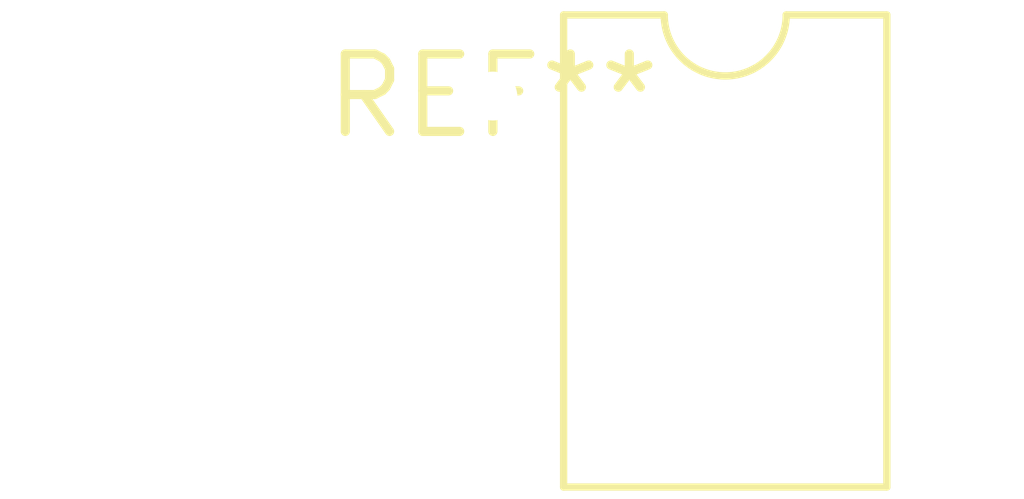
<source format=kicad_pcb>
(kicad_pcb (version 20240108) (generator pcbnew)
  (layers (0 "F.Cu" signal) (31 "B.Cu" signal) (34 "B.Paste" user) (35 "F.Paste" user) (36 "B.SilkS" user "B.Silkscreen") (37 "F.SilkS" user "F.Silkscreen") (38 "B.Mask" user) (39 "F.Mask" user) (44 "Edge.Cuts" user))
  (net 0 "")
  (footprint "DIP-6_W7.62mm" (layer "F.Cu") (at 0 0)
    (property "Reference" "REF**")
    (property "Value" "DIP-6_W7.62mm")
    (fp_line (start 1.16 -1.33) (end 1.16 6.41) (layer "F.SilkS") (stroke (width 0.12)))
    (fp_line (start 1.16 6.41) (end 6.46 6.41) (layer "F.SilkS") (stroke (width 0.12)))
    (fp_line (start 2.81 -1.33) (end 1.16 -1.33) (layer "F.SilkS") (stroke (width 0.12)))
    (fp_line (start 6.46 -1.33) (end 4.81 -1.33) (layer "F.SilkS") (stroke (width 0.12)))
    (fp_line (start 6.46 6.41) (end 6.46 -1.33) (layer "F.SilkS") (stroke (width 0.12)))
    (fp_arc (start 4.81 -1.33) (mid 3.81 -0.33) (end 2.81 -1.33) (layer "F.SilkS") (stroke (width 0.12)))
    (pad "1" thru_hole rect (at 0 0) (size 1.6 1.6) (drill 0.8) (layers *.Cu *.Mask) (remove_unused_layers))
    (pad "2" thru_hole oval (at 0 2.54) (size 1.6 1.6) (drill 0.8) (layers *.Cu *.Mask) (remove_unused_layers))
    (pad "3" thru_hole oval (at 0 5.08) (size 1.6 1.6) (drill 0.8) (layers *.Cu *.Mask) (remove_unused_layers))
    (pad "4" thru_hole oval (at 7.62 5.08) (size 1.6 1.6) (drill 0.8) (layers *.Cu *.Mask) (remove_unused_layers))
    (pad "5" thru_hole oval (at 7.62 2.54) (size 1.6 1.6) (drill 0.8) (layers *.Cu *.Mask) (remove_unused_layers))
    (pad "6" thru_hole oval (at 7.62 0) (size 1.6 1.6) (drill 0.8) (layers *.Cu *.Mask) (remove_unused_layers))
  )
)
</source>
